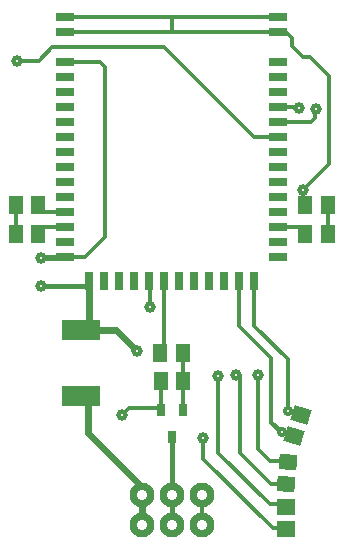
<source format=gbr>
G04 DipTrace 3.2.0.1*
G04 Âåðõíèé.gbr*
%MOMM*%
G04 #@! TF.FileFunction,Copper,L1,Top*
G04 #@! TF.Part,Single*
%AMOUTLINE0*
4,1,4,
0.52847,-0.84007,
-0.90667,-0.4037,
-0.52847,0.84007,
0.90667,0.4037,
0.52847,-0.84007,
0*%
%AMOUTLINE3*
4,1,4,
0.69643,-0.7071,
-0.7989,-0.58883,
-0.69643,0.7071,
0.7989,0.58883,
0.69643,-0.7071,
0*%
%AMOUTLINE6*
4,1,4,
0.75013,-0.64983,
-0.7499,-0.65013,
-0.75013,0.64983,
0.7499,0.65013,
0.75013,-0.64983,
0*%
%ADD15C,0.3*%
%ADD30C,0.9*%
G04 #@! TA.AperFunction,Conductor*
%ADD16C,0.6*%
%ADD17C,0.5*%
%ADD18C,0.4*%
%ADD19R,1.3X1.5*%
%ADD21R,0.65X1.05*%
%ADD23R,3.2X1.8*%
%ADD24R,0.75X1.6*%
%ADD25R,1.6X0.75*%
G04 #@! TA.AperFunction,ComponentPad*
%ADD27C,2.1*%
G04 #@! TA.AperFunction,ViaPad*
%ADD29C,1.0*%
%ADD55OUTLINE0*%
%ADD58OUTLINE3*%
%ADD61OUTLINE6*%
%FSLAX35Y35*%
G04*
G71*
G90*
G75*
G01*
G04 Top*
%LPD*%
X-900000Y-626500D2*
D15*
X-1072500D1*
X-1130000Y-684000D1*
X-900000Y-499500D2*
X-1070500D1*
X-1130000Y-440000D1*
X-1320000Y-684000D2*
Y-440000D1*
X900000Y-626500D2*
X1072500D1*
X1130000Y-684000D1*
X1320000D2*
Y-440000D1*
X1108917Y-312217D2*
Y-418917D1*
X1130000Y-440000D1*
X1108917Y-312217D2*
X1329763Y-91370D1*
Y658587D1*
X1174537Y813813D1*
X1108430D1*
X1016897Y905347D1*
Y976407D1*
X968803Y1024500D1*
X900000D1*
X-900000Y1151500D2*
X2277D1*
X900000D1*
X-900000Y1024500D2*
X2277D1*
X900000D1*
X2277Y1151500D2*
Y1024500D1*
X-254000Y-3150000D2*
D16*
Y-2824850D1*
X-711940Y-2366910D1*
Y-2110930D1*
X-767500Y-2055370D1*
X-900000Y-880500D2*
D15*
Y-888910D1*
D17*
X-1106547D1*
Y-884310D1*
X-900000Y-880500D2*
D15*
X-737673D1*
X-566313Y-709140D1*
Y730233D1*
X-606580Y770500D1*
X-900000D1*
X395600Y-1881167D2*
Y-2533750D1*
X832827Y-2970977D1*
X943737D1*
X963533Y-2990773D1*
X-418780Y-2210937D2*
X-363953Y-2156110D1*
X-80927D1*
X-95177Y-2170360D1*
Y-1924177D1*
X-94610Y-1923610D1*
X-698500Y-1080000D2*
D16*
Y-1322557D1*
Y-1497667D1*
X-468350D1*
X-297217Y-1668800D1*
X-1107593Y-1119303D2*
D18*
X-707320D1*
D15*
Y-1080000D1*
X-698500D1*
Y-1322557D2*
X-692600D1*
Y-1420470D1*
X-767500Y-1495370D1*
X264207Y-2405507D2*
Y-2585210D1*
X854357Y-3175363D1*
X958163D1*
X963573Y-3180773D1*
X-177Y-2400360D2*
D18*
Y-3150000D1*
X0D1*
X-187877Y-1301797D2*
D15*
Y-1082623D1*
X-190500Y-1080000D1*
X254000Y-2896000D2*
Y-3150000D1*
X95390Y-1923610D2*
Y-2169793D1*
X94823Y-2170360D1*
X92127Y-1693497D2*
Y-1920347D1*
X95390Y-1923610D1*
X698500Y-1080000D2*
Y-1458283D1*
X980800Y-1740583D1*
Y-2163053D1*
X1032533Y-2214787D1*
X1094277D1*
X979887Y-2180580D2*
X1032533D1*
Y-2214787D1*
X571500Y-1080000D2*
Y-1460853D1*
X840940Y-1730293D1*
Y-2279723D1*
X927713Y-2366497D1*
X1069080D1*
X1039003Y-2396573D1*
X929383Y-2360080D2*
X849027Y-2279723D1*
X840940D1*
X545733Y-1878770D2*
X573543D1*
Y-2537827D1*
X837027Y-2801313D1*
X969700D1*
X900000Y389500D2*
X1035590D1*
X1053723Y371367D1*
X1088040D1*
X1076127Y383280D1*
X727337Y-1879303D2*
Y-2506063D1*
X829047Y-2607773D1*
X984680D1*
Y-2611900D1*
X900000Y262500D2*
X1178133D1*
X1214700Y299070D1*
Y373927D1*
X1220027Y379257D1*
X-63500Y-1080000D2*
Y-1659123D1*
X-97873Y-1693497D1*
X-1308273Y783380D2*
X-1126910D1*
X-1012537Y897753D1*
X-69533D1*
X693140Y135080D1*
X899580D1*
X900000Y135500D1*
D29*
X1108917Y-312217D3*
X-418780Y-2210937D3*
X-187877Y-1301797D3*
X1076127Y383280D3*
X1220027Y379257D3*
X545733Y-1878770D3*
X727337Y-1879303D3*
X-297217Y-1668800D3*
X-1107593Y-1119303D3*
X-1106547Y-884310D3*
X-1308273Y783380D3*
X264207Y-2405507D3*
X395600Y-1881167D3*
D30*
X929383Y-2360080D3*
X979887Y-2180580D3*
D19*
X1130000Y-440000D3*
X1320000D3*
D21*
X94823Y-2170360D3*
X-95177D3*
X-177Y-2400360D3*
D19*
X-1320000Y-440000D3*
X-1130000D3*
X-1320000Y-684000D3*
X-1130000D3*
X1320000D3*
X1130000D3*
X-94610Y-1923610D3*
X95390D3*
D55*
X1039003Y-2396573D3*
X1094277Y-2214787D3*
D58*
X969700Y-2801313D3*
X984680Y-2611900D3*
D61*
X963573Y-3180773D3*
X963533Y-2990773D3*
D23*
X-767500Y-1495370D3*
Y-2055370D3*
D24*
X-63500Y-1080000D3*
X63500D3*
X-190500D3*
X-317500D3*
X-444500D3*
X-571500D3*
X-698500D3*
X190500D3*
X317500D3*
X444500D3*
X571500D3*
X698500D3*
D25*
X-900000Y-880500D3*
Y-753500D3*
X900000Y-880500D3*
X-900000Y-626500D3*
Y-499500D3*
Y-372500D3*
Y-245500D3*
Y-118500D3*
Y8500D3*
Y135500D3*
Y262500D3*
Y389500D3*
Y516500D3*
Y643500D3*
Y770500D3*
X900000Y-753500D3*
Y-626500D3*
Y-499500D3*
Y-372500D3*
Y-245500D3*
Y-118500D3*
Y8500D3*
Y135500D3*
Y262500D3*
Y389500D3*
Y516500D3*
Y643500D3*
Y770500D3*
X-900000Y1024500D3*
Y1151500D3*
X900000Y1024500D3*
Y1151500D3*
D27*
X-254000Y-3150000D3*
X0D3*
X254000D3*
X-254000Y-2896000D3*
X0D3*
X254000D3*
D19*
X-97873Y-1693497D3*
X92127D3*
G04 Top Clear*
%LPC*%
D15*
X1108917Y-312217D3*
X-418780Y-2210937D3*
X-187877Y-1301797D3*
X1076127Y383280D3*
X1220027Y379257D3*
X545733Y-1878770D3*
X727337Y-1879303D3*
X-297217Y-1668800D3*
X-1107593Y-1119303D3*
X-1106547Y-884310D3*
X-1308273Y783380D3*
X264207Y-2405507D3*
X395600Y-1881167D3*
X929383Y-2360080D3*
X979887Y-2180580D3*
D30*
X-254000Y-3150000D3*
X0D3*
X254000D3*
X-254000Y-2896000D3*
X0D3*
X254000D3*
M02*

</source>
